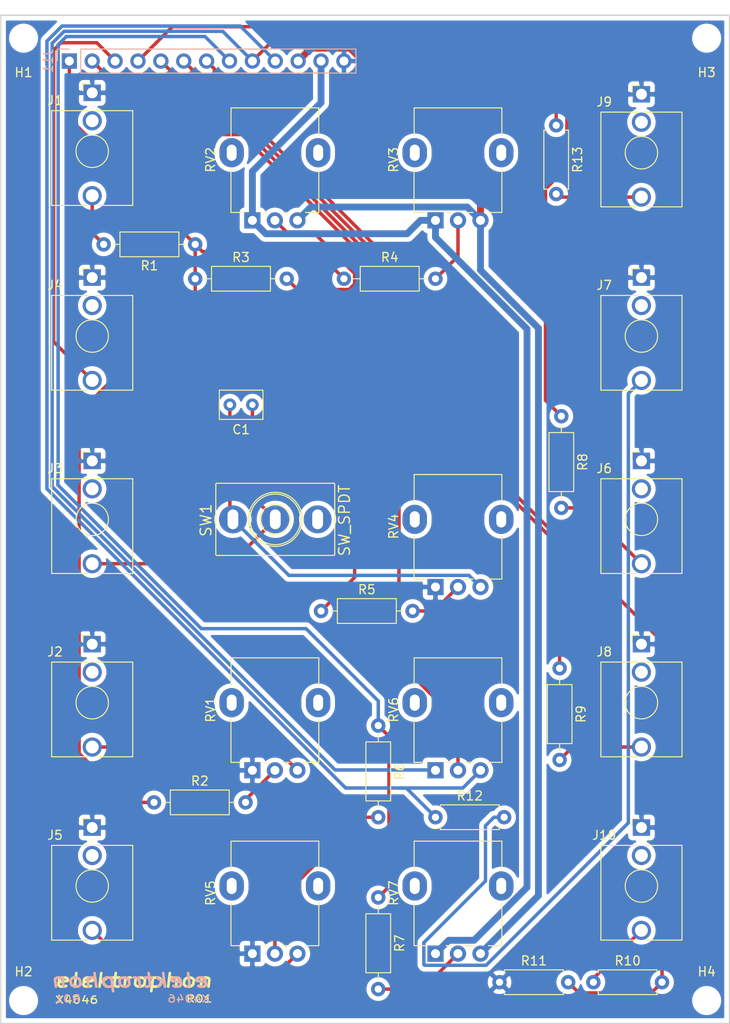
<source format=kicad_pcb>
(kicad_pcb (version 20171130) (host pcbnew 5.1.4-e60b266~84~ubuntu19.04.1)
  (title_block (title X046) (date 2019-09-02) (rev R01) (comment 1 "PCB for mount circuit") (comment 2 "Original design by Thomas Henry") (comment 4 "License CC BY 4.0 - Attribution 4.0 International"))
  (layers (0 F.Cu signal) (31 B.Cu signal) (34 B.Paste user) (35 F.Paste user) (36 B.SilkS user) (37 F.SilkS user) (38 B.Mask user) (39 F.Mask user) (44 Edge.Cuts user))
  (net 0 "")
  (net 1 "Net-(C1-Pad2)")
  (net 2 "Net-(C1-Pad1)")
  (net 3 "Net-(J1-PadT)")
  (net 4 GND)
  (net 5 "Net-(J1-PadTN)")
  (net 6 "Net-(J2-PadT)")
  (net 7 "Net-(J2-PadTN)")
  (net 8 "Net-(J3-PadTN)")
  (net 9 /HARD_SYNC)
  (net 10 "Net-(J4-PadTN)")
  (net 11 "Net-(J5-PadT)")
  (net 12 "Net-(J5-PadTN)")
  (net 13 "Net-(J6-PadT)")
  (net 14 "Net-(J6-PadTN)")
  (net 15 "Net-(J7-PadT)")
  (net 16 "Net-(J7-PadTN)")
  (net 17 "Net-(J8-PadT)")
  (net 18 "Net-(J8-PadTN)")
  (net 19 "Net-(J9-PadT)")
  (net 20 "Net-(J9-PadTN)")
  (net 21 "Net-(J10-PadT)")
  (net 22 "Net-(J10-PadTN)")
  (net 23 -15V)
  (net 24 +15V)
  (net 25 /PULSE)
  (net 26 /SAW)
  (net 27 /RAMPOID)
  (net 28 /TRIANGLE)
  (net 29 /SINE)
  (net 30 /PWM)
  (net 31 /SKEW)
  (net 32 /LIN_FM)
  (net 33 /EXP_FM)
  (net 34 "Net-(R2-Pad2)")
  (net 35 "Net-(R3-Pad2)")
  (net 36 "Net-(R4-Pad2)")
  (net 37 "Net-(R5-Pad2)")
  (net 38 "Net-(R6-Pad2)")
  (net 39 "Net-(R7-Pad2)")
  (net 40 "Net-(SW1-Pad3)")
  (module MountingHole:MountingHole_2.2mm_M2 (layer F.Cu) (at 119 149.86)
    (fp_text reference H4 (at 0 -3.2) (layer F.SilkS))
    (fp_text value MountingHole hide)
    (pad 1 np_thru_hole circle (at 0 0) (size 2.2 2.2) (drill 2.2) (layers *.Cu *.Mask))
  )
  (module MountingHole:MountingHole_2.2mm_M2 (layer F.Cu) (at 119 43.18)
    (fp_text reference H3 (at 0 3.81) (layer F.SilkS))
    (fp_text value MountingHole hide)
    (pad 1 np_thru_hole circle (at 0 0) (size 2.2 2.2) (drill 2.2) (layers *.Cu *.Mask))
  )
  (module MountingHole:MountingHole_2.2mm_M2 (layer F.Cu) (at 43.18 149.86)
    (fp_text reference H2 (at 0 -3.2) (layer F.SilkS))
    (fp_text value MountingHole hide)
    (pad 1 np_thru_hole circle (at 0 0) (size 2.2 2.2) (drill 2.2) (layers *.Cu *.Mask))
  )
  (module MountingHole:MountingHole_2.2mm_M2 (layer F.Cu) (at 43.18 43.18)
    (fp_text reference H1 (at 0 3.81) (layer F.SilkS))
    (fp_text value MountingHole hide)
    (pad 1 np_thru_hole circle (at 0 0) (size 2.2 2.2) (drill 2.2) (layers *.Cu *.Mask))
  )
  (module Capacitor_THT:C_Rect_L4.6mm_W3.0mm_P2.50mm_MKS02_FKP02 (layer F.Cu) (at 68.58 83.82 180)
    (fp_text reference C1 (at 1.25 -2.75) (layer F.SilkS))
    (fp_text value 0.22u)
    (pad 2 thru_hole circle (at 2.5 0 180) (size 1.4 1.4) (drill 0.7) (layers *.Cu *.Mask) (net 1 "Net-(C1-Pad2)"))
    (pad 1 thru_hole circle (at 0 0 180) (size 1.4 1.4) (drill 0.7) (layers *.Cu *.Mask) (net 2 "Net-(C1-Pad1)"))
  )
  (module 4ms-footprints:SPDT_KIT (layer F.Cu) (at 71.12 96.52 90)
    (fp_text reference SW1 (at -2.032 -6.985 90) (layer F.SilkS) (effects (font (size 1.2065 1.2065) (thickness 0.1524)) (justify left bottom)))
    (fp_text value SW_SPDT (at -4.191 8.382 90) (layer F.SilkS) (effects (font (size 1.2065 1.2065) (thickness 0.1524)) (justify left bottom)))
    (pad 1 thru_hole circle (at 0 -4.7 90) (size 3.1 3.1) (drill oval 2.2 1.2) (layers *.Cu *.Mask) (net 1 "Net-(C1-Pad2)"))
    (pad 2 thru_hole circle (at 0 0 90) (size 3.1 3.1) (drill oval 2.2 1.2) (layers *.Cu *.Mask) (net 2 "Net-(C1-Pad1)"))
    (pad 3 thru_hole circle (at 0 4.7 90) (size 3.1 3.1) (drill oval 2.2 1.2) (layers *.Cu *.Mask) (net 40 "Net-(SW1-Pad3)"))
  )
  (module Resistor_THT:R_Axial_DIN0207_L6.3mm_D2.5mm_P10.16mm_Horizontal (layer F.Cu) (at 102.68 113.03 270)
    (fp_text reference R9 (at 5.08 -2.37 90) (layer F.SilkS))
    (fp_text value 1k)
    (pad 2 thru_hole oval (at 10.16 0 270) (size 1.6 1.6) (drill 0.8) (layers *.Cu *.Mask) (net 17 "Net-(J8-PadT)"))
    (pad 1 thru_hole circle (at 0 0 270) (size 1.6 1.6) (drill 0.8) (layers *.Cu *.Mask) (net 27 /RAMPOID))
  )
  (module Resistor_THT:R_Axial_DIN0207_L6.3mm_D2.5mm_P10.16mm_Horizontal (layer F.Cu) (at 102.87 85.09 270)
    (fp_text reference R8 (at 5.08 -2.37 90) (layer F.SilkS))
    (fp_text value 1k)
    (pad 2 thru_hole oval (at 10.16 0 270) (size 1.6 1.6) (drill 0.8) (layers *.Cu *.Mask) (net 13 "Net-(J6-PadT)"))
    (pad 1 thru_hole circle (at 0 0 270) (size 1.6 1.6) (drill 0.8) (layers *.Cu *.Mask) (net 29 /SINE))
  )
  (module Resistor_THT:R_Axial_DIN0207_L6.3mm_D2.5mm_P10.16mm_Horizontal (layer F.Cu) (at 82.55 138.43 270)
    (fp_text reference R7 (at 5.08 -2.37 90) (layer F.SilkS))
    (fp_text value 330k)
    (pad 2 thru_hole oval (at 10.16 0 270) (size 1.6 1.6) (drill 0.8) (layers *.Cu *.Mask) (net 39 "Net-(R7-Pad2)"))
    (pad 1 thru_hole circle (at 0 0 270) (size 1.6 1.6) (drill 0.8) (layers *.Cu *.Mask) (net 30 /PWM))
  )
  (module Resistor_THT:R_Axial_DIN0207_L6.3mm_D2.5mm_P10.16mm_Horizontal (layer F.Cu) (at 82.55 119.38 270)
    (fp_text reference R6 (at 5.08 -2.37 90) (layer F.SilkS))
    (fp_text value 100k)
    (pad 2 thru_hole oval (at 10.16 0 270) (size 1.6 1.6) (drill 0.8) (layers *.Cu *.Mask) (net 38 "Net-(R6-Pad2)"))
    (pad 1 thru_hole circle (at 0 0 270) (size 1.6 1.6) (drill 0.8) (layers *.Cu *.Mask) (net 30 /PWM))
  )
  (module Resistor_THT:R_Axial_DIN0207_L6.3mm_D2.5mm_P10.16mm_Horizontal (layer F.Cu) (at 76.2 106.68)
    (fp_text reference R5 (at 5.08 -2.37) (layer F.SilkS))
    (fp_text value 100k)
    (pad 2 thru_hole oval (at 10.16 0) (size 1.6 1.6) (drill 0.8) (layers *.Cu *.Mask) (net 37 "Net-(R5-Pad2)"))
    (pad 1 thru_hole circle (at 0 0) (size 1.6 1.6) (drill 0.8) (layers *.Cu *.Mask) (net 32 /LIN_FM))
  )
  (module Resistor_THT:R_Axial_DIN0207_L6.3mm_D2.5mm_P10.16mm_Horizontal (layer F.Cu) (at 78.74 69.85)
    (fp_text reference R4 (at 5.08 -2.37) (layer F.SilkS))
    (fp_text value 3M3)
    (pad 2 thru_hole oval (at 10.16 0) (size 1.6 1.6) (drill 0.8) (layers *.Cu *.Mask) (net 36 "Net-(R4-Pad2)"))
    (pad 1 thru_hole circle (at 0 0) (size 1.6 1.6) (drill 0.8) (layers *.Cu *.Mask) (net 33 /EXP_FM))
  )
  (module Resistor_THT:R_Axial_DIN0207_L6.3mm_D2.5mm_P10.16mm_Horizontal (layer F.Cu) (at 62.23 69.85)
    (fp_text reference R3 (at 5.08 -2.37) (layer F.SilkS))
    (fp_text value 100k)
    (pad 2 thru_hole oval (at 10.16 0) (size 1.6 1.6) (drill 0.8) (layers *.Cu *.Mask) (net 35 "Net-(R3-Pad2)"))
    (pad 1 thru_hole circle (at 0 0) (size 1.6 1.6) (drill 0.8) (layers *.Cu *.Mask) (net 33 /EXP_FM))
  )
  (module Resistor_THT:R_Axial_DIN0207_L6.3mm_D2.5mm_P10.16mm_Horizontal (layer F.Cu) (at 57.660001 127.895001)
    (fp_text reference R2 (at 5.08 -2.37) (layer F.SilkS))
    (fp_text value 100k)
    (pad 2 thru_hole oval (at 10.16 0) (size 1.6 1.6) (drill 0.8) (layers *.Cu *.Mask) (net 34 "Net-(R2-Pad2)"))
    (pad 1 thru_hole circle (at 0 0) (size 1.6 1.6) (drill 0.8) (layers *.Cu *.Mask) (net 33 /EXP_FM))
  )
  (module Resistor_THT:R_Axial_DIN0207_L6.3mm_D2.5mm_P10.16mm_Horizontal (layer F.Cu) (at 62.23 66.04 180)
    (fp_text reference R1 (at 5.08 -2.37) (layer F.SilkS))
    (fp_text value 100k)
    (pad 2 thru_hole oval (at 10.16 0 180) (size 1.6 1.6) (drill 0.8) (layers *.Cu *.Mask) (net 3 "Net-(J1-PadT)"))
    (pad 1 thru_hole circle (at 0 0 180) (size 1.6 1.6) (drill 0.8) (layers *.Cu *.Mask) (net 33 /EXP_FM))
  )
  (module elektrophon:Potentiometer_Alpha_RD901F-40-00D_Single_Vertical (layer F.Cu) (at 91.44 55.88 90)
    (fp_text reference RV3 (at -0.79 -7.18 270) (layer F.SilkS))
    (fp_text value 100k)
    (pad "" thru_hole oval (at 0 -4.84 180) (size 2.72 3.24) (drill oval 1.1 1.8) (layers *.Cu *.Mask))
    (pad "" thru_hole oval (at 0 4.76 180) (size 2.72 3.24) (drill oval 1.1 1.8) (layers *.Cu *.Mask))
    (pad 3 thru_hole circle (at -7.5 2.46 180) (size 1.8 1.8) (drill 1) (layers *.Cu *.Mask) (net 24 +15V))
    (pad 2 thru_hole circle (at -7.5 -0.04 180) (size 1.8 1.8) (drill 1) (layers *.Cu *.Mask) (net 36 "Net-(R4-Pad2)"))
    (pad 1 thru_hole rect (at -7.5 -2.54 180) (size 1.8 1.8) (drill 1) (layers *.Cu *.Mask) (net 23 -15V))
  )
  (module elektrophon:Jack_3.5mm_QingPu_WQP-PJ398SM_Vertical_CircularHoles (layer F.Cu) (at 111.76 137.16)
    (fp_text reference J10 (at -4.13 -5.63) (layer F.SilkS))
    (fp_text value AudioJack2_SwitchT)
    (pad TN thru_hole circle (at 0 -3.38 180) (size 2.13 2.13) (drill 1.42) (layers *.Cu *.Mask) (net 22 "Net-(J10-PadTN)"))
    (pad S thru_hole rect (at 0 -6.48 180) (size 1.93 1.83) (drill 1.22) (layers *.Cu *.Mask) (net 4 GND))
    (pad T thru_hole circle (at 0 4.92 180) (size 2.13 2.13) (drill 1.43) (layers *.Cu *.Mask) (net 21 "Net-(J10-PadT)"))
  )
  (module elektrophon:Jack_3.5mm_QingPu_WQP-PJ398SM_Vertical_CircularHoles (layer F.Cu) (at 111.76 55.88)
    (fp_text reference J9 (at -4.13 -5.63) (layer F.SilkS))
    (fp_text value AudioJack2_SwitchT)
    (pad TN thru_hole circle (at 0 -3.38 180) (size 2.13 2.13) (drill 1.42) (layers *.Cu *.Mask) (net 20 "Net-(J9-PadTN)"))
    (pad S thru_hole rect (at 0 -6.48 180) (size 1.93 1.83) (drill 1.22) (layers *.Cu *.Mask) (net 4 GND))
    (pad T thru_hole circle (at 0 4.92 180) (size 2.13 2.13) (drill 1.43) (layers *.Cu *.Mask) (net 19 "Net-(J9-PadT)"))
  )
  (module elektrophon:Jack_3.5mm_QingPu_WQP-PJ398SM_Vertical_CircularHoles (layer F.Cu) (at 111.76 116.84)
    (fp_text reference J8 (at -4.13 -5.63) (layer F.SilkS))
    (fp_text value AudioJack2_SwitchT)
    (pad TN thru_hole circle (at 0 -3.38 180) (size 2.13 2.13) (drill 1.42) (layers *.Cu *.Mask) (net 18 "Net-(J8-PadTN)"))
    (pad S thru_hole rect (at 0 -6.48 180) (size 1.93 1.83) (drill 1.22) (layers *.Cu *.Mask) (net 4 GND))
    (pad T thru_hole circle (at 0 4.92 180) (size 2.13 2.13) (drill 1.43) (layers *.Cu *.Mask) (net 17 "Net-(J8-PadT)"))
  )
  (module elektrophon:Jack_3.5mm_QingPu_WQP-PJ398SM_Vertical_CircularHoles (layer F.Cu) (at 111.76 76.2)
    (fp_text reference J7 (at -4.13 -5.63) (layer F.SilkS))
    (fp_text value AudioJack2_SwitchT)
    (pad TN thru_hole circle (at 0 -3.38 180) (size 2.13 2.13) (drill 1.42) (layers *.Cu *.Mask) (net 16 "Net-(J7-PadTN)"))
    (pad S thru_hole rect (at 0 -6.48 180) (size 1.93 1.83) (drill 1.22) (layers *.Cu *.Mask) (net 4 GND))
    (pad T thru_hole circle (at 0 4.92 180) (size 2.13 2.13) (drill 1.43) (layers *.Cu *.Mask) (net 15 "Net-(J7-PadT)"))
  )
  (module elektrophon:Jack_3.5mm_QingPu_WQP-PJ398SM_Vertical_CircularHoles (layer F.Cu) (at 111.76 96.52)
    (fp_text reference J6 (at -4.13 -5.63) (layer F.SilkS))
    (fp_text value AudioJack2_SwitchT)
    (pad TN thru_hole circle (at 0 -3.38 180) (size 2.13 2.13) (drill 1.42) (layers *.Cu *.Mask) (net 14 "Net-(J6-PadTN)"))
    (pad S thru_hole rect (at 0 -6.48 180) (size 1.93 1.83) (drill 1.22) (layers *.Cu *.Mask) (net 4 GND))
    (pad T thru_hole circle (at 0 4.92 180) (size 2.13 2.13) (drill 1.43) (layers *.Cu *.Mask) (net 13 "Net-(J6-PadT)"))
  )
  (module elektrophon:Jack_3.5mm_QingPu_WQP-PJ398SM_Vertical_CircularHoles (layer F.Cu) (at 50.8 137.16)
    (fp_text reference J5 (at -4.13 -5.63) (layer F.SilkS))
    (fp_text value AudioJack2_SwitchT)
    (pad TN thru_hole circle (at 0 -3.38 180) (size 2.13 2.13) (drill 1.42) (layers *.Cu *.Mask) (net 12 "Net-(J5-PadTN)"))
    (pad S thru_hole rect (at 0 -6.48 180) (size 1.93 1.83) (drill 1.22) (layers *.Cu *.Mask) (net 4 GND))
    (pad T thru_hole circle (at 0 4.92 180) (size 2.13 2.13) (drill 1.43) (layers *.Cu *.Mask) (net 11 "Net-(J5-PadT)"))
  )
  (module elektrophon:Jack_3.5mm_QingPu_WQP-PJ398SM_Vertical_CircularHoles (layer F.Cu) (at 50.8 76.2)
    (fp_text reference J4 (at -4.13 -5.63) (layer F.SilkS))
    (fp_text value AudioJack2_SwitchT)
    (pad TN thru_hole circle (at 0 -3.38 180) (size 2.13 2.13) (drill 1.42) (layers *.Cu *.Mask) (net 10 "Net-(J4-PadTN)"))
    (pad S thru_hole rect (at 0 -6.48 180) (size 1.93 1.83) (drill 1.22) (layers *.Cu *.Mask) (net 4 GND))
    (pad T thru_hole circle (at 0 4.92 180) (size 2.13 2.13) (drill 1.43) (layers *.Cu *.Mask) (net 9 /HARD_SYNC))
  )
  (module elektrophon:Jack_3.5mm_QingPu_WQP-PJ398SM_Vertical_CircularHoles (layer F.Cu) (at 50.8 96.52)
    (fp_text reference J3 (at -4.13 -5.63) (layer F.SilkS))
    (fp_text value AudioJack2_SwitchT)
    (pad TN thru_hole circle (at 0 -3.38 180) (size 2.13 2.13) (drill 1.42) (layers *.Cu *.Mask) (net 8 "Net-(J3-PadTN)"))
    (pad S thru_hole rect (at 0 -6.48 180) (size 1.93 1.83) (drill 1.22) (layers *.Cu *.Mask) (net 4 GND))
    (pad T thru_hole circle (at 0 4.92 180) (size 2.13 2.13) (drill 1.43) (layers *.Cu *.Mask) (net 2 "Net-(C1-Pad1)"))
  )
  (module elektrophon:Jack_3.5mm_QingPu_WQP-PJ398SM_Vertical_CircularHoles (layer F.Cu) (at 50.8 116.84)
    (fp_text reference J2 (at -4.13 -5.63) (layer F.SilkS))
    (fp_text value AudioJack2_SwitchT)
    (pad TN thru_hole circle (at 0 -3.38 180) (size 2.13 2.13) (drill 1.42) (layers *.Cu *.Mask) (net 7 "Net-(J2-PadTN)"))
    (pad S thru_hole rect (at 0 -6.48 180) (size 1.93 1.83) (drill 1.22) (layers *.Cu *.Mask) (net 4 GND))
    (pad T thru_hole circle (at 0 4.92 180) (size 2.13 2.13) (drill 1.43) (layers *.Cu *.Mask) (net 6 "Net-(J2-PadT)"))
  )
  (module elektrophon:Jack_3.5mm_QingPu_WQP-PJ398SM_Vertical_CircularHoles (layer F.Cu) (at 50.8 55.72)
    (fp_text reference J1 (at -4.13 -5.63) (layer F.SilkS))
    (fp_text value AudioJack2_SwitchT)
    (pad TN thru_hole circle (at 0 -3.38 180) (size 2.13 2.13) (drill 1.42) (layers *.Cu *.Mask) (net 5 "Net-(J1-PadTN)"))
    (pad S thru_hole rect (at 0 -6.48 180) (size 1.93 1.83) (drill 1.22) (layers *.Cu *.Mask) (net 4 GND))
    (pad T thru_hole circle (at 0 4.92 180) (size 2.13 2.13) (drill 1.43) (layers *.Cu *.Mask) (net 3 "Net-(J1-PadT)"))
  )
  (module elektrophon:Potentiometer_Alpha_RD901F-40-00D_Single_Vertical (layer F.Cu) (at 91.44 137.16 90)
    (fp_text reference RV7 (at -0.79 -7.18 270) (layer F.SilkS))
    (fp_text value 500k)
    (pad "" thru_hole oval (at 0 -4.84 180) (size 2.72 3.24) (drill oval 1.1 1.8) (layers *.Cu *.Mask))
    (pad "" thru_hole oval (at 0 4.76 180) (size 2.72 3.24) (drill oval 1.1 1.8) (layers *.Cu *.Mask))
    (pad 3 thru_hole circle (at -7.5 2.46 180) (size 1.8 1.8) (drill 1) (layers *.Cu *.Mask) (net 24 +15V))
    (pad 2 thru_hole circle (at -7.5 -0.04 180) (size 1.8 1.8) (drill 1) (layers *.Cu *.Mask) (net 39 "Net-(R7-Pad2)"))
    (pad 1 thru_hole rect (at -7.5 -2.54 180) (size 1.8 1.8) (drill 1) (layers *.Cu *.Mask) (net 23 -15V))
  )
  (module elektrophon:Potentiometer_Alpha_RD901F-40-00D_Single_Vertical (layer F.Cu) (at 91.44 116.84 90)
    (fp_text reference RV6 (at -0.79 -7.18 270) (layer F.SilkS))
    (fp_text value 500k)
    (pad "" thru_hole oval (at 0 -4.84 180) (size 2.72 3.24) (drill oval 1.1 1.8) (layers *.Cu *.Mask))
    (pad "" thru_hole oval (at 0 4.76 180) (size 2.72 3.24) (drill oval 1.1 1.8) (layers *.Cu *.Mask))
    (pad 3 thru_hole circle (at -7.5 2.46 180) (size 1.8 1.8) (drill 1) (layers *.Cu *.Mask) (net 28 /TRIANGLE))
    (pad 2 thru_hole circle (at -7.5 -0.04 180) (size 1.8 1.8) (drill 1) (layers *.Cu *.Mask) (net 31 /SKEW))
    (pad 1 thru_hole rect (at -7.5 -2.54 180) (size 1.8 1.8) (drill 1) (layers *.Cu *.Mask) (net 26 /SAW))
  )
  (module elektrophon:Potentiometer_Alpha_RD901F-40-00D_Single_Vertical (layer F.Cu) (at 71.12 137.16 90)
    (fp_text reference RV5 (at -0.79 -7.18 270) (layer F.SilkS))
    (fp_text value 100k)
    (pad "" thru_hole oval (at 0 -4.84 180) (size 2.72 3.24) (drill oval 1.1 1.8) (layers *.Cu *.Mask))
    (pad "" thru_hole oval (at 0 4.76 180) (size 2.72 3.24) (drill oval 1.1 1.8) (layers *.Cu *.Mask))
    (pad 3 thru_hole circle (at -7.5 2.46 180) (size 1.8 1.8) (drill 1) (layers *.Cu *.Mask) (net 11 "Net-(J5-PadT)"))
    (pad 2 thru_hole circle (at -7.5 -0.04 180) (size 1.8 1.8) (drill 1) (layers *.Cu *.Mask) (net 38 "Net-(R6-Pad2)"))
    (pad 1 thru_hole rect (at -7.5 -2.54 180) (size 1.8 1.8) (drill 1) (layers *.Cu *.Mask) (net 4 GND))
  )
  (module elektrophon:Potentiometer_Alpha_RD901F-40-00D_Single_Vertical (layer F.Cu) (at 91.44 96.52 90)
    (fp_text reference RV4 (at -0.79 -7.18 270) (layer F.SilkS))
    (fp_text value 100k)
    (pad "" thru_hole oval (at 0 -4.84 180) (size 2.72 3.24) (drill oval 1.1 1.8) (layers *.Cu *.Mask))
    (pad "" thru_hole oval (at 0 4.76 180) (size 2.72 3.24) (drill oval 1.1 1.8) (layers *.Cu *.Mask))
    (pad 3 thru_hole circle (at -7.5 2.46 180) (size 1.8 1.8) (drill 1) (layers *.Cu *.Mask) (net 1 "Net-(C1-Pad2)"))
    (pad 2 thru_hole circle (at -7.5 -0.04 180) (size 1.8 1.8) (drill 1) (layers *.Cu *.Mask) (net 37 "Net-(R5-Pad2)"))
    (pad 1 thru_hole rect (at -7.5 -2.54 180) (size 1.8 1.8) (drill 1) (layers *.Cu *.Mask) (net 4 GND))
  )
  (module elektrophon:Potentiometer_Alpha_RD901F-40-00D_Single_Vertical (layer F.Cu) (at 71.12 55.88 90)
    (fp_text reference RV2 (at -0.79 -7.18 270) (layer F.SilkS))
    (fp_text value 100k)
    (pad "" thru_hole oval (at 0 -4.84 180) (size 2.72 3.24) (drill oval 1.1 1.8) (layers *.Cu *.Mask))
    (pad "" thru_hole oval (at 0 4.76 180) (size 2.72 3.24) (drill oval 1.1 1.8) (layers *.Cu *.Mask))
    (pad 3 thru_hole circle (at -7.5 2.46 180) (size 1.8 1.8) (drill 1) (layers *.Cu *.Mask) (net 24 +15V))
    (pad 2 thru_hole circle (at -7.5 -0.04 180) (size 1.8 1.8) (drill 1) (layers *.Cu *.Mask) (net 35 "Net-(R3-Pad2)"))
    (pad 1 thru_hole rect (at -7.5 -2.54 180) (size 1.8 1.8) (drill 1) (layers *.Cu *.Mask) (net 23 -15V))
  )
  (module elektrophon:Potentiometer_Alpha_RD901F-40-00D_Single_Vertical (layer F.Cu) (at 71.12 116.84 90)
    (fp_text reference RV1 (at -0.79 -7.18 270) (layer F.SilkS))
    (fp_text value 100k)
    (pad "" thru_hole oval (at 0 -4.84 180) (size 2.72 3.24) (drill oval 1.1 1.8) (layers *.Cu *.Mask))
    (pad "" thru_hole oval (at 0 4.76 180) (size 2.72 3.24) (drill oval 1.1 1.8) (layers *.Cu *.Mask))
    (pad 3 thru_hole circle (at -7.5 2.46 180) (size 1.8 1.8) (drill 1) (layers *.Cu *.Mask) (net 6 "Net-(J2-PadT)"))
    (pad 2 thru_hole circle (at -7.5 -0.04 180) (size 1.8 1.8) (drill 1) (layers *.Cu *.Mask) (net 34 "Net-(R2-Pad2)"))
    (pad 1 thru_hole rect (at -7.5 -2.54 180) (size 1.8 1.8) (drill 1) (layers *.Cu *.Mask) (net 4 GND))
  )
  (module Connector_PinHeader_2.54mm:PinHeader_1x13_P2.54mm_Vertical (layer B.Cu) (at 48.26 45.72 270)
    (fp_text reference J11 (at 0 2.33 90) (layer B.SilkS) (effects (justify mirror)))
    (fp_text value Conn_01x13_Male)
    (pad 13 thru_hole oval (at 0 -30.48 270) (size 1.7 1.7) (drill 1) (layers *.Cu *.Mask) (net 4 GND))
    (pad 12 thru_hole oval (at 0 -27.94 270) (size 1.7 1.7) (drill 1) (layers *.Cu *.Mask) (net 23 -15V))
    (pad 11 thru_hole oval (at 0 -25.4 270) (size 1.7 1.7) (drill 1) (layers *.Cu *.Mask) (net 24 +15V))
    (pad 10 thru_hole oval (at 0 -22.86 270) (size 1.7 1.7) (drill 1) (layers *.Cu *.Mask) (net 28 /TRIANGLE))
    (pad 9 thru_hole oval (at 0 -20.32 270) (size 1.7 1.7) (drill 1) (layers *.Cu *.Mask) (net 26 /SAW))
    (pad 8 thru_hole oval (at 0 -17.78 270) (size 1.7 1.7) (drill 1) (layers *.Cu *.Mask) (net 30 /PWM))
    (pad 7 thru_hole oval (at 0 -15.24 270) (size 1.7 1.7) (drill 1) (layers *.Cu *.Mask) (net 25 /PULSE))
    (pad 6 thru_hole oval (at 0 -12.7 270) (size 1.7 1.7) (drill 1) (layers *.Cu *.Mask) (net 27 /RAMPOID))
    (pad 5 thru_hole oval (at 0 -10.16 270) (size 1.7 1.7) (drill 1) (layers *.Cu *.Mask) (net 31 /SKEW))
    (pad 4 thru_hole oval (at 0 -7.62 270) (size 1.7 1.7) (drill 1) (layers *.Cu *.Mask) (net 29 /SINE))
    (pad 3 thru_hole oval (at 0 -5.08 270) (size 1.7 1.7) (drill 1) (layers *.Cu *.Mask) (net 9 /HARD_SYNC))
    (pad 2 thru_hole oval (at 0 -2.54 270) (size 1.7 1.7) (drill 1) (layers *.Cu *.Mask) (net 32 /LIN_FM))
    (pad 1 thru_hole rect (at 0 0 270) (size 1.7 1.7) (drill 1) (layers *.Cu *.Mask) (net 33 /EXP_FM))
  )
  (module Resistor_THT:R_Axial_DIN0207_L6.3mm_D2.5mm_P7.62mm_Horizontal (layer F.Cu) (at 106.426 147.828)
    (fp_text reference R10 (at 3.81 -2.37) (layer F.SilkS))
    (fp_text value 3k)
    (pad 2 thru_hole oval (at 7.62 0) (size 1.6 1.6) (drill 0.8) (layers *.Cu *.Mask) (net 25 /PULSE))
    (pad 1 thru_hole circle (at 0 0) (size 1.6 1.6) (drill 0.8) (layers *.Cu *.Mask) (net 21 "Net-(J10-PadT)"))
  )
  (module Resistor_THT:R_Axial_DIN0207_L6.3mm_D2.5mm_P7.62mm_Horizontal (layer F.Cu) (at 96.012 147.828)
    (fp_text reference R11 (at 3.81 -2.37) (layer F.SilkS))
    (fp_text value 1k8)
    (pad 2 thru_hole oval (at 7.62 0) (size 1.6 1.6) (drill 0.8) (layers *.Cu *.Mask) (net 25 /PULSE))
    (pad 1 thru_hole circle (at 0 0) (size 1.6 1.6) (drill 0.8) (layers *.Cu *.Mask) (net 4 GND))
  )
  (module Resistor_THT:R_Axial_DIN0207_L6.3mm_D2.5mm_P7.62mm_Horizontal (layer F.Cu) (at 88.9 129.54)
    (fp_text reference R12 (at 3.81 -2.37) (layer F.SilkS))
    (fp_text value 1k)
    (pad 2 thru_hole oval (at 7.62 0) (size 1.6 1.6) (drill 0.8) (layers *.Cu *.Mask) (net 15 "Net-(J7-PadT)"))
    (pad 1 thru_hole circle (at 0 0) (size 1.6 1.6) (drill 0.8) (layers *.Cu *.Mask) (net 28 /TRIANGLE))
  )
  (module Resistor_THT:R_Axial_DIN0207_L6.3mm_D2.5mm_P7.62mm_Horizontal (layer F.Cu) (at 102.3 52.84 270)
    (fp_text reference R13 (at 3.81 -2.37 90) (layer F.SilkS))
    (fp_text value 1k)
    (pad 2 thru_hole oval (at 7.62 0 270) (size 1.6 1.6) (drill 0.8) (layers *.Cu *.Mask) (net 19 "Net-(J9-PadT)"))
    (pad 1 thru_hole circle (at 0 0 270) (size 1.6 1.6) (drill 0.8) (layers *.Cu *.Mask) (net 26 /SAW))
  )
  (gr_text R01 (at 62.669 149.667) (layer F.SilkS) (effects (font (size 0.8 1))))
  (gr_text elektrophon (at 55.049 147.635) (layer B.SilkS) (effects (font (size 1.5 2) (thickness 0.3) italic) (justify mirror)))
  (gr_text X4046 (at 49.08 149.794) (layer F.SilkS) (effects (font (size 0.8 1))))
  (gr_text R01 (at 48.064 149.667) (layer B.SilkS) (effects (font (size 0.8 1)) (justify mirror)))
  (gr_text elektrophon (at 55.43 147.635) (layer F.SilkS) (effects (font (size 1.5 2) (thickness 0.3) italic)))
  (gr_text X4046 (at 61.526 149.667) (layer B.SilkS) (effects (font (size 0.8 1)) (justify mirror)))
  (gr_line (start 40.64 152.4) (end 40.64 40.64) (layer Edge.Cuts) (width 0.15))
  (gr_line (start 40.64 152.4) (end 121.54 152.4) (layer Edge.Cuts) (width 0.15))
  (gr_line (start 121.54 40.64) (end 121.54 152.4) (layer Edge.Cuts) (width 0.15))
  (gr_line (start 40.64 40.64) (end 121.54 40.64) (layer Edge.Cuts) (width 0.15))
  (segment (start 66.08 96.18) (end 66.42 96.52) (width 0.381) (layer F.Cu) (net 1))
  (segment (start 66.08 83.82) (end 66.08 96.18) (width 0.381) (layer F.Cu) (net 1))
  (segment (start 72.629499 102.729499) (end 66.42 96.52) (width 0.381) (layer B.Cu) (net 1))
  (segment (start 92.609499 102.729499) (end 72.629499 102.729499) (width 0.381) (layer B.Cu) (net 1))
  (segment (start 93.9 104.02) (end 92.609499 102.729499) (width 0.381) (layer B.Cu) (net 1))
  (segment (start 68.58 93.98) (end 71.12 96.52) (width 0.381) (layer F.Cu) (net 2))
  (segment (start 68.58 83.82) (end 68.58 93.98) (width 0.381) (layer F.Cu) (net 2))
  (segment (start 66.2 101.44) (end 50.8 101.44) (width 0.381) (layer F.Cu) (net 2))
  (segment (start 71.12 96.52) (end 66.2 101.44) (width 0.381) (layer F.Cu) (net 2))
  (segment (start 50.8 64.77) (end 50.8 60.64) (width 0.381) (layer F.Cu) (net 3))
  (segment (start 52.07 66.04) (end 50.8 64.77) (width 0.381) (layer F.Cu) (net 3))
  (segment (start 71 121.76) (end 50.8 121.76) (width 0.381) (layer F.Cu) (net 6))
  (segment (start 73.58 124.34) (end 71 121.76) (width 0.381) (layer F.Cu) (net 6))
  (segment (start 46.52 76.84) (end 50.8 81.12) (width 0.381) (layer F.Cu) (net 9))
  (segment (start 51.31 43.69) (end 47.34 43.69) (width 0.381) (layer F.Cu) (net 9))
  (segment (start 53.34 45.72) (end 51.31 43.69) (width 0.381) (layer F.Cu) (net 9))
  (segment (start 47.34 43.69) (end 46.52 44.51) (width 0.381) (layer F.Cu) (net 9))
  (segment (start 46.52 44.51) (end 46.52 76.84) (width 0.381) (layer F.Cu) (net 9))
  (segment (start 55.12 146.4) (end 50.8 142.08) (width 0.381) (layer F.Cu) (net 11))
  (segment (start 73.58 144.66) (end 71.84 146.4) (width 0.381) (layer F.Cu) (net 11))
  (segment (start 71.84 146.4) (end 55.12 146.4) (width 0.381) (layer F.Cu) (net 11))
  (segment (start 105.57 95.25) (end 102.87 95.25) (width 0.381) (layer F.Cu) (net 13))
  (segment (start 111.76 101.44) (end 105.57 95.25) (width 0.381) (layer F.Cu) (net 13))
  (segment (start 110.304499 82.575501) (end 111.76 81.12) (width 0.381) (layer B.Cu) (net 15))
  (segment (start 94.519441 145.950501) (end 110.304499 130.165443) (width 0.381) (layer B.Cu) (net 15))
  (segment (start 87.687599 145.950501) (end 94.519441 145.950501) (width 0.381) (layer B.Cu) (net 15))
  (segment (start 87.609499 145.872401) (end 87.687599 145.950501) (width 0.381) (layer B.Cu) (net 15))
  (segment (start 87.609499 143.447599) (end 87.609499 145.872401) (width 0.381) (layer B.Cu) (net 15))
  (segment (start 94.44949 136.607608) (end 87.609499 143.447599) (width 0.381) (layer B.Cu) (net 15))
  (segment (start 110.304499 130.165443) (end 110.304499 82.575501) (width 0.381) (layer B.Cu) (net 15))
  (segment (start 94.44949 130.47914) (end 94.44949 136.607608) (width 0.381) (layer B.Cu) (net 15))
  (segment (start 95.38863 129.54) (end 94.44949 130.47914) (width 0.381) (layer B.Cu) (net 15))
  (segment (start 96.52 129.54) (end 95.38863 129.54) (width 0.381) (layer B.Cu) (net 15))
  (segment (start 104.11 121.76) (end 102.68 123.19) (width 0.381) (layer F.Cu) (net 17))
  (segment (start 111.76 121.76) (end 104.11 121.76) (width 0.381) (layer F.Cu) (net 17))
  (segment (start 111.92 60.96) (end 111.76 60.8) (width 0.381) (layer F.Cu) (net 19))
  (segment (start 111.42 60.46) (end 111.76 60.8) (width 0.381) (layer F.Cu) (net 19))
  (segment (start 102.64 60.8) (end 102.3 60.46) (width 0.381) (layer F.Cu) (net 19))
  (segment (start 111.76 60.8) (end 102.64 60.8) (width 0.381) (layer F.Cu) (net 19))
  (segment (start 106.426 147.414) (end 106.426 147.828) (width 0.381) (layer F.Cu) (net 21))
  (segment (start 111.76 142.08) (end 106.426 147.414) (width 0.381) (layer F.Cu) (net 21))
  (segment (start 76.2 50.325491) (end 68.58 57.945491) (width 0.762) (layer B.Cu) (net 23))
  (segment (start 68.58 57.945491) (end 68.58 63.38) (width 0.762) (layer B.Cu) (net 23))
  (segment (start 76.2 45.72) (end 76.2 50.325491) (width 0.762) (layer B.Cu) (net 23))
  (segment (start 87.238 63.38) (end 88.9 63.38) (width 0.762) (layer B.Cu) (net 23))
  (segment (start 85.756999 64.861001) (end 87.238 63.38) (width 0.762) (layer B.Cu) (net 23))
  (segment (start 70.061001 64.861001) (end 85.756999 64.861001) (width 0.762) (layer B.Cu) (net 23))
  (segment (start 68.58 63.38) (end 70.061001 64.861001) (width 0.762) (layer B.Cu) (net 23))
  (segment (start 88.9 65.260488) (end 99.06 75.420488) (width 0.762) (layer B.Cu) (net 23))
  (segment (start 99.06 75.420488) (end 99.06 137.305002) (width 0.762) (layer B.Cu) (net 23))
  (segment (start 93.186003 143.178999) (end 90.381001 143.178999) (width 0.762) (layer B.Cu) (net 23))
  (segment (start 90.381001 143.178999) (end 88.9 144.66) (width 0.762) (layer B.Cu) (net 23))
  (segment (start 99.06 137.305002) (end 93.186003 143.178999) (width 0.762) (layer B.Cu) (net 23))
  (segment (start 88.9 63.38) (end 88.9 65.260488) (width 0.762) (layer B.Cu) (net 23))
  (segment (start 93.9 144.66) (end 100.33 138.23) (width 0.762) (layer B.Cu) (net 24))
  (segment (start 75.061001 61.898999) (end 73.58 63.38) (width 0.762) (layer B.Cu) (net 24))
  (segment (start 92.418999 61.898999) (end 75.061001 61.898999) (width 0.762) (layer B.Cu) (net 24))
  (segment (start 93.9 63.38) (end 92.418999 61.898999) (width 0.762) (layer B.Cu) (net 24))
  (segment (start 73.28 45.72) (end 73.66 45.72) (width 0.762) (layer B.Cu) (net 24))
  (segment (start 100.33 138.23) (end 100.33 75.33) (width 0.762) (layer B.Cu) (net 24))
  (segment (start 93.9 58.762118) (end 79.426881 44.288999) (width 0.762) (layer F.Cu) (net 24))
  (segment (start 79.426881 44.288999) (end 75.091001 44.288999) (width 0.762) (layer F.Cu) (net 24))
  (segment (start 93.9 63.38) (end 93.9 58.762118) (width 0.762) (layer F.Cu) (net 24))
  (segment (start 75.091001 44.288999) (end 73.66 45.72) (width 0.762) (layer F.Cu) (net 24))
  (segment (start 93.9 68.9) (end 100.33 75.33) (width 0.762) (layer B.Cu) (net 24))
  (segment (start 93.9 63.38) (end 93.9 68.9) (width 0.762) (layer B.Cu) (net 24))
  (segment (start 84.201 67.945) (end 84.915499 68.659499) (width 0.381) (layer F.Cu) (net 25))
  (segment (start 83.947 67.945) (end 84.201 67.945) (width 0.381) (layer F.Cu) (net 25))
  (segment (start 63.5 45.72) (end 64.349999 46.569999) (width 0.381) (layer F.Cu) (net 25))
  (segment (start 64.349999 46.569999) (end 64.349999 48.347999) (width 0.381) (layer F.Cu) (net 25))
  (segment (start 64.349999 48.347999) (end 83.947 67.945) (width 0.381) (layer F.Cu) (net 25))
  (segment (start 112.855499 149.018501) (end 114.046 147.828) (width 0.381) (layer F.Cu) (net 25))
  (segment (start 104.822501 149.018501) (end 112.855499 149.018501) (width 0.381) (layer F.Cu) (net 25))
  (segment (start 103.632 147.828) (end 104.822501 149.018501) (width 0.381) (layer F.Cu) (net 25))
  (segment (start 114.046 147.828) (end 114.046 110.063098) (width 0.381) (layer F.Cu) (net 25))
  (segment (start 93.853 89.870098) (end 93.853 77.597) (width 0.381) (layer F.Cu) (net 25))
  (segment (start 114.046 110.063098) (end 93.853 89.870098) (width 0.381) (layer F.Cu) (net 25))
  (segment (start 84.201 67.945) (end 93.853 77.597) (width 0.381) (layer F.Cu) (net 25))
  (segment (start 68.58 45.72) (end 71.755 42.545) (width 0.381) (layer F.Cu) (net 26))
  (segment (start 102.3 49.595) (end 102.3 52.84) (width 0.381) (layer F.Cu) (net 26))
  (segment (start 71.755 42.545) (end 95.25 42.545) (width 0.381) (layer F.Cu) (net 26))
  (segment (start 95.25 42.545) (end 102.3 49.595) (width 0.381) (layer F.Cu) (net 26))
  (segment (start 88.118328 124.3) (end 88.489164 123.929164) (width 0.381) (layer B.Cu) (net 26))
  (segment (start 77.758327 124.3) (end 88.118328 124.3) (width 0.381) (layer B.Cu) (net 26))
  (segment (start 65.278989 42.418989) (end 47.689338 42.418989) (width 0.381) (layer B.Cu) (net 26))
  (segment (start 68.58 45.72) (end 65.278989 42.418989) (width 0.381) (layer B.Cu) (net 26))
  (segment (start 47.689338 42.418989) (end 46.355 43.753327) (width 0.381) (layer B.Cu) (net 26))
  (segment (start 46.355 92.896673) (end 77.758327 124.3) (width 0.381) (layer B.Cu) (net 26))
  (segment (start 46.355 43.753327) (end 46.355 92.896673) (width 0.381) (layer B.Cu) (net 26))
  (segment (start 83.706338 68.526011) (end 83.766011 68.526011) (width 0.381) (layer F.Cu) (net 27))
  (segment (start 60.96 45.72) (end 61.809999 46.569999) (width 0.381) (layer F.Cu) (net 27))
  (segment (start 61.809999 46.569999) (end 61.809999 46.629672) (width 0.381) (layer F.Cu) (net 27))
  (segment (start 61.809999 46.629672) (end 82.520164 67.339836) (width 0.381) (layer F.Cu) (net 27))
  (segment (start 82.520164 67.339836) (end 83.706338 68.526011) (width 0.381) (layer F.Cu) (net 27))
  (segment (start 102.68 99.518771) (end 93.271989 90.11076) (width 0.381) (layer F.Cu) (net 27))
  (segment (start 93.271989 78.091661) (end 82.520164 67.339836) (width 0.381) (layer F.Cu) (net 27))
  (segment (start 93.271989 90.11076) (end 93.271989 78.091661) (width 0.381) (layer F.Cu) (net 27))
  (segment (start 102.68 113.03) (end 102.68 99.518771) (width 0.381) (layer F.Cu) (net 27))
  (segment (start 71.12 45.72) (end 67.237978 41.837978) (width 0.381) (layer B.Cu) (net 28))
  (segment (start 67.237978 41.837978) (end 47.448676 41.837978) (width 0.381) (layer B.Cu) (net 28))
  (segment (start 47.448676 41.837978) (end 45.773989 43.512665) (width 0.381) (layer B.Cu) (net 28))
  (segment (start 45.773989 43.512665) (end 45.773989 93.137335) (width 0.381) (layer B.Cu) (net 28))
  (segment (start 78.936654 126.3) (end 76.168327 123.531673) (width 0.381) (layer B.Cu) (net 28))
  (segment (start 93.9 124.34) (end 91.94 126.3) (width 0.381) (layer B.Cu) (net 28))
  (segment (start 45.773989 93.137335) (end 76.168327 123.531673) (width 0.381) (layer B.Cu) (net 28))
  (segment (start 76.168327 123.531673) (end 76.976654 124.34) (width 0.381) (layer B.Cu) (net 28))
  (segment (start 85.66 126.3) (end 84.8 126.3) (width 0.381) (layer B.Cu) (net 28))
  (segment (start 88.9 129.54) (end 85.66 126.3) (width 0.381) (layer B.Cu) (net 28))
  (segment (start 91.94 126.3) (end 84.8 126.3) (width 0.381) (layer B.Cu) (net 28))
  (segment (start 84.8 126.3) (end 78.936654 126.3) (width 0.381) (layer B.Cu) (net 28))
  (segment (start 101.109499 83.329499) (end 101.109499 59.888559) (width 0.381) (layer F.Cu) (net 29))
  (segment (start 101.109499 59.888559) (end 103.490501 57.507557) (width 0.381) (layer F.Cu) (net 29))
  (segment (start 59.69 41.91) (end 55.88 45.72) (width 0.381) (layer F.Cu) (net 29))
  (segment (start 103.490501 49.963828) (end 95.436673 41.91) (width 0.381) (layer F.Cu) (net 29))
  (segment (start 95.436673 41.91) (end 59.69 41.91) (width 0.381) (layer F.Cu) (net 29))
  (segment (start 102.87 85.09) (end 101.109499 83.329499) (width 0.381) (layer F.Cu) (net 29))
  (segment (start 103.490501 57.507557) (end 103.490501 49.963828) (width 0.381) (layer F.Cu) (net 29))
  (segment (start 83.740501 137.239499) (end 83.740501 120.570501) (width 0.381) (layer F.Cu) (net 30))
  (segment (start 83.740501 120.570501) (end 82.55 119.38) (width 0.381) (layer F.Cu) (net 30))
  (segment (start 82.55 138.43) (end 83.740501 137.239499) (width 0.381) (layer F.Cu) (net 30))
  (segment (start 47.019499 76.864499) (end 47.019499 82.579499) (width 0.381) (layer B.Cu) (net 30))
  (segment (start 47.019499 91.841672) (end 47.019499 76.864499) (width 0.381) (layer B.Cu) (net 30))
  (segment (start 46.99 91.871171) (end 47.019499 91.841672) (width 0.381) (layer B.Cu) (net 30))
  (segment (start 82.55 116.653327) (end 74.535662 108.638989) (width 0.381) (layer B.Cu) (net 30))
  (segment (start 82.55 119.38) (end 82.55 116.653327) (width 0.381) (layer B.Cu) (net 30))
  (segment (start 74.535662 108.638989) (end 62.918989 108.638989) (width 0.381) (layer B.Cu) (net 30))
  (segment (start 62.918989 108.638989) (end 46.99 92.71) (width 0.381) (layer B.Cu) (net 30))
  (segment (start 46.99 92.71) (end 46.99 91.871171) (width 0.381) (layer B.Cu) (net 30))
  (segment (start 63.32 43) (end 47.93 43) (width 0.381) (layer B.Cu) (net 30))
  (segment (start 47.019499 43.910501) (end 47.019499 76.864499) (width 0.381) (layer B.Cu) (net 30))
  (segment (start 47.93 43) (end 47.019499 43.910501) (width 0.381) (layer B.Cu) (net 30))
  (segment (start 66.04 45.72) (end 63.32 43) (width 0.381) (layer B.Cu) (net 30))
  (segment (start 91.4 121.118) (end 91.4 124.34) (width 0.381) (layer F.Cu) (net 31))
  (segment (start 91.4 119.492406) (end 91.4 121.118) (width 0.381) (layer F.Cu) (net 31))
  (segment (start 91.4 118.904406) (end 91.4 121.118) (width 0.381) (layer F.Cu) (net 31))
  (segment (start 58.42 45.72) (end 65.988479 53.288479) (width 0.381) (layer F.Cu) (net 31))
  (segment (start 65.988479 53.288479) (end 67.647134 53.288479) (width 0.381) (layer F.Cu) (net 31))
  (segment (start 67.647134 53.288479) (end 84.84949 70.490835) (width 0.381) (layer F.Cu) (net 31))
  (segment (start 84.84949 70.490835) (end 84.84949 112.353896) (width 0.381) (layer F.Cu) (net 31))
  (segment (start 84.84949 112.353896) (end 91.4 118.904406) (width 0.381) (layer F.Cu) (net 31))
  (segment (start 82.115009 68.578026) (end 82.115009 73.392663) (width 0.381) (layer F.Cu) (net 32))
  (segment (start 79.930501 75.577171) (end 79.930501 102.949499) (width 0.381) (layer F.Cu) (net 32))
  (segment (start 67.406473 53.86949) (end 82.115009 68.578026) (width 0.381) (layer F.Cu) (net 32))
  (segment (start 82.115009 73.392663) (end 79.930501 75.577171) (width 0.381) (layer F.Cu) (net 32))
  (segment (start 79.930501 102.949499) (end 76.2 106.68) (width 0.381) (layer F.Cu) (net 32))
  (segment (start 50.8 45.72) (end 58.94949 53.86949) (width 0.381) (layer F.Cu) (net 32))
  (segment (start 58.94949 53.86949) (end 67.406473 53.86949) (width 0.381) (layer F.Cu) (net 32))
  (segment (start 48.26 52.07) (end 62.23 66.04) (width 0.381) (layer F.Cu) (net 33))
  (segment (start 48.26 45.72) (end 48.26 52.07) (width 0.381) (layer F.Cu) (net 33))
  (segment (start 62.23 66.04) (end 62.23 69.85) (width 0.381) (layer F.Cu) (net 33))
  (segment (start 75.729999 66.839999) (end 78.74 69.85) (width 0.381) (layer F.Cu) (net 33))
  (segment (start 63.029999 66.839999) (end 75.729999 66.839999) (width 0.381) (layer F.Cu) (net 33))
  (segment (start 62.23 66.04) (end 63.029999 66.839999) (width 0.381) (layer F.Cu) (net 33))
  (segment (start 62.23 71.844142) (end 49.344499 84.729643) (width 0.381) (layer F.Cu) (net 33))
  (segment (start 62.23 69.85) (end 62.23 71.844142) (width 0.381) (layer F.Cu) (net 33))
  (segment (start 49.344499 122.458641) (end 49.344499 84.729643) (width 0.381) (layer F.Cu) (net 33))
  (segment (start 54.780859 127.895001) (end 49.344499 122.458641) (width 0.381) (layer F.Cu) (net 33))
  (segment (start 57.660001 127.895001) (end 54.780859 127.895001) (width 0.381) (layer F.Cu) (net 33))
  (segment (start 67.820001 127.599999) (end 67.820001 127.895001) (width 0.381) (layer F.Cu) (net 34))
  (segment (start 71.08 124.34) (end 67.820001 127.599999) (width 0.381) (layer F.Cu) (net 34))
  (segment (start 72.370501 64.670501) (end 71.08 63.38) (width 0.381) (layer F.Cu) (net 35))
  (segment (start 75.322443 64.670501) (end 72.370501 64.670501) (width 0.381) (layer F.Cu) (net 35))
  (segment (start 79.930501 69.278559) (end 75.322443 64.670501) (width 0.381) (layer F.Cu) (net 35))
  (segment (start 79.930501 70.421441) (end 79.930501 69.278559) (width 0.381) (layer F.Cu) (net 35))
  (segment (start 72.39 69.85) (end 73.580501 71.040501) (width 0.381) (layer F.Cu) (net 35))
  (segment (start 79.311441 71.040501) (end 79.930501 70.421441) (width 0.381) (layer F.Cu) (net 35))
  (segment (start 73.580501 71.040501) (end 79.311441 71.040501) (width 0.381) (layer F.Cu) (net 35))
  (segment (start 91.4 67.35) (end 88.9 69.85) (width 0.381) (layer F.Cu) (net 36))
  (segment (start 91.4 63.38) (end 91.4 67.35) (width 0.381) (layer F.Cu) (net 36))
  (segment (start 88.74 106.68) (end 91.4 104.02) (width 0.381) (layer F.Cu) (net 37))
  (segment (start 86.36 106.68) (end 88.74 106.68) (width 0.381) (layer F.Cu) (net 37))
  (segment (start 80.764406 129.54) (end 82.55 129.54) (width 0.381) (layer F.Cu) (net 38))
  (segment (start 71.08 139.224406) (end 80.764406 129.54) (width 0.381) (layer F.Cu) (net 38))
  (segment (start 71.08 144.66) (end 71.08 139.224406) (width 0.381) (layer F.Cu) (net 38))
  (segment (start 87.47 148.59) (end 91.4 144.66) (width 0.381) (layer F.Cu) (net 39))
  (segment (start 82.55 148.59) (end 87.47 148.59) (width 0.381) (layer F.Cu) (net 39))
  (zone (net 4) (net_name GND) (layer B.Cu) (connect_pads (clearance 0.508)) (min_thickness 0.254) (fill yes (arc_segments 32) (thermal_gap 0.508) (thermal_bridge_width 0.508))
    (polygon (pts (xy 40.6 40.61) (xy 121.51 40.64) (xy 121.54 152.34) (xy 40.68 152.39)))
  )
)
</source>
